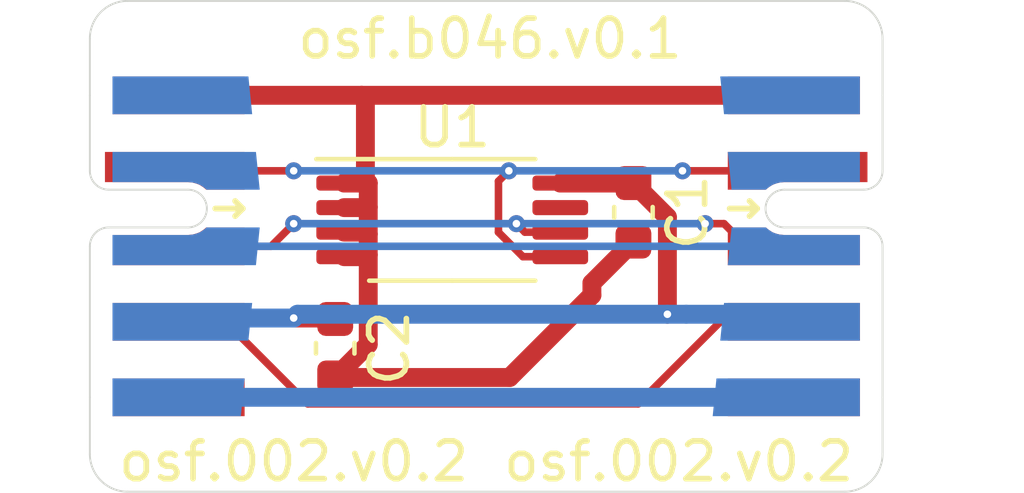
<source format=kicad_pcb>
(kicad_pcb (version 20171130) (host pcbnew "(5.1.9)-1")

  (general
    (thickness 1.6)
    (drawings 13)
    (tracks 64)
    (zones 0)
    (modules 5)
    (nets 8)
  )

  (page A4)
  (layers
    (0 F.Cu signal)
    (31 B.Cu signal)
    (32 B.Adhes user)
    (33 F.Adhes user)
    (34 B.Paste user)
    (35 F.Paste user)
    (36 B.SilkS user)
    (37 F.SilkS user)
    (38 B.Mask user)
    (39 F.Mask user)
    (40 Dwgs.User user)
    (41 Cmts.User user)
    (42 Eco1.User user)
    (43 Eco2.User user)
    (44 Edge.Cuts user)
    (45 Margin user)
    (46 B.CrtYd user)
    (47 F.CrtYd user)
    (48 B.Fab user)
    (49 F.Fab user)
  )

  (setup
    (last_trace_width 0.5)
    (user_trace_width 0.2)
    (user_trace_width 0.5)
    (trace_clearance 0.15)
    (zone_clearance 0.4)
    (zone_45_only no)
    (trace_min 0.15)
    (via_size 0.45)
    (via_drill 0.2)
    (via_min_size 0.45)
    (via_min_drill 0.2)
    (uvia_size 0.3)
    (uvia_drill 0.1)
    (uvias_allowed no)
    (uvia_min_size 0.2)
    (uvia_min_drill 0.1)
    (edge_width 0.05)
    (segment_width 0.2)
    (pcb_text_width 0.3)
    (pcb_text_size 1.5 1.5)
    (mod_edge_width 0.12)
    (mod_text_size 1 1)
    (mod_text_width 0.15)
    (pad_size 1.524 1.524)
    (pad_drill 0.762)
    (pad_to_mask_clearance 0.04)
    (solder_mask_min_width 0.1)
    (aux_axis_origin 0 0)
    (visible_elements 7FFFFFFF)
    (pcbplotparams
      (layerselection 0x010fc_ffffffff)
      (usegerberextensions false)
      (usegerberattributes false)
      (usegerberadvancedattributes false)
      (creategerberjobfile false)
      (excludeedgelayer true)
      (linewidth 0.100000)
      (plotframeref false)
      (viasonmask false)
      (mode 1)
      (useauxorigin false)
      (hpglpennumber 1)
      (hpglpenspeed 20)
      (hpglpendiameter 15.000000)
      (psnegative false)
      (psa4output false)
      (plotreference true)
      (plotvalue true)
      (plotinvisibletext false)
      (padsonsilk false)
      (subtractmaskfromsilk false)
      (outputformat 1)
      (mirror false)
      (drillshape 0)
      (scaleselection 1)
      (outputdirectory "gerber"))
  )

  (net 0 "")
  (net 1 GND)
  (net 2 /sensor/3.3V)
  (net 3 /sensor/SDA)
  (net 4 /sensor/SCL)
  (net 5 "Net-(J1-Pad8)")
  (net 6 "Net-(J1-Pad10)")
  (net 7 "Net-(J1-Pad4)")

  (net_class Default "This is the default net class."
    (clearance 0.15)
    (trace_width 0.15)
    (via_dia 0.45)
    (via_drill 0.2)
    (uvia_dia 0.3)
    (uvia_drill 0.1)
    (add_net /sensor/3.3V)
    (add_net /sensor/SCL)
    (add_net /sensor/SDA)
    (add_net GND)
    (add_net "Net-(J1-Pad10)")
    (add_net "Net-(J1-Pad4)")
    (add_net "Net-(J1-Pad8)")
    (add_net "Net-(U1-Pad7)")
  )

  (module Package_SO:TSSOP-8_4.4x3mm_P0.65mm (layer F.Cu) (tedit 5E476F32) (tstamp 60A8049E)
    (at 86.6 79.8)
    (descr "TSSOP, 8 Pin (JEDEC MO-153 Var AA https://www.jedec.org/document_search?search_api_views_fulltext=MO-153), generated with kicad-footprint-generator ipc_gullwing_generator.py")
    (tags "TSSOP SO")
    (path /60A84648/60A808A4)
    (attr smd)
    (fp_text reference U1 (at 0 -2.45) (layer F.SilkS)
      (effects (font (size 1 1) (thickness 0.15)))
    )
    (fp_text value M24C02-FDW (at 0 2.45) (layer F.Fab)
      (effects (font (size 1 1) (thickness 0.15)))
    )
    (fp_text user %R (at -0.1 0) (layer F.Fab)
      (effects (font (size 1 1) (thickness 0.15)))
    )
    (fp_line (start 0 1.61) (end 2.2 1.61) (layer F.SilkS) (width 0.12))
    (fp_line (start 0 1.61) (end -2.2 1.61) (layer F.SilkS) (width 0.12))
    (fp_line (start 0 -1.61) (end 2.2 -1.61) (layer F.SilkS) (width 0.12))
    (fp_line (start 0 -1.61) (end -3.6 -1.61) (layer F.SilkS) (width 0.12))
    (fp_line (start -1.45 -1.5) (end 2.2 -1.5) (layer F.Fab) (width 0.1))
    (fp_line (start 2.2 -1.5) (end 2.2 1.5) (layer F.Fab) (width 0.1))
    (fp_line (start 2.2 1.5) (end -2.2 1.5) (layer F.Fab) (width 0.1))
    (fp_line (start -2.2 1.5) (end -2.2 -0.75) (layer F.Fab) (width 0.1))
    (fp_line (start -2.2 -0.75) (end -1.45 -1.5) (layer F.Fab) (width 0.1))
    (fp_line (start -3.85 -1.75) (end -3.85 1.75) (layer F.CrtYd) (width 0.05))
    (fp_line (start -3.85 1.75) (end 3.85 1.75) (layer F.CrtYd) (width 0.05))
    (fp_line (start 3.85 1.75) (end 3.85 -1.75) (layer F.CrtYd) (width 0.05))
    (fp_line (start 3.85 -1.75) (end -3.85 -1.75) (layer F.CrtYd) (width 0.05))
    (pad 8 smd roundrect (at 2.8625 -0.975) (size 1.475 0.4) (layers F.Cu F.Paste F.Mask) (roundrect_rratio 0.25)
      (net 2 /sensor/3.3V))
    (pad 7 smd roundrect (at 2.8625 -0.325) (size 1.475 0.4) (layers F.Cu F.Paste F.Mask) (roundrect_rratio 0.25))
    (pad 6 smd roundrect (at 2.8625 0.325) (size 1.475 0.4) (layers F.Cu F.Paste F.Mask) (roundrect_rratio 0.25)
      (net 4 /sensor/SCL))
    (pad 5 smd roundrect (at 2.8625 0.975) (size 1.475 0.4) (layers F.Cu F.Paste F.Mask) (roundrect_rratio 0.25)
      (net 3 /sensor/SDA))
    (pad 4 smd roundrect (at -2.8625 0.975) (size 1.475 0.4) (layers F.Cu F.Paste F.Mask) (roundrect_rratio 0.25)
      (net 1 GND))
    (pad 3 smd roundrect (at -2.8625 0.325) (size 1.475 0.4) (layers F.Cu F.Paste F.Mask) (roundrect_rratio 0.25)
      (net 1 GND))
    (pad 2 smd roundrect (at -2.8625 -0.325) (size 1.475 0.4) (layers F.Cu F.Paste F.Mask) (roundrect_rratio 0.25)
      (net 1 GND))
    (pad 1 smd roundrect (at -2.8625 -0.975) (size 1.475 0.4) (layers F.Cu F.Paste F.Mask) (roundrect_rratio 0.25)
      (net 1 GND))
    (model ${KISYS3DMOD}/Package_SO.3dshapes/TSSOP-8_4.4x3mm_P0.65mm.wrl
      (at (xyz 0 0 0))
      (scale (xyz 1 1 1))
      (rotate (xyz 0 0 0))
    )
  )

  (module Capacitor_SMD:C_0603_1608Metric (layer F.Cu) (tedit 5F68FEEE) (tstamp 60A7FF35)
    (at 83.5 83.2 270)
    (descr "Capacitor SMD 0603 (1608 Metric), square (rectangular) end terminal, IPC_7351 nominal, (Body size source: IPC-SM-782 page 76, https://www.pcb-3d.com/wordpress/wp-content/uploads/ipc-sm-782a_amendment_1_and_2.pdf), generated with kicad-footprint-generator")
    (tags capacitor)
    (path /60A84648/60A895A5)
    (attr smd)
    (fp_text reference C2 (at 0 -1.43 90) (layer F.SilkS)
      (effects (font (size 1 1) (thickness 0.15)))
    )
    (fp_text value 1uF (at 0 1.43 90) (layer F.Fab)
      (effects (font (size 1 1) (thickness 0.15)))
    )
    (fp_line (start 1.48 0.73) (end -1.48 0.73) (layer F.CrtYd) (width 0.05))
    (fp_line (start 1.48 -0.73) (end 1.48 0.73) (layer F.CrtYd) (width 0.05))
    (fp_line (start -1.48 -0.73) (end 1.48 -0.73) (layer F.CrtYd) (width 0.05))
    (fp_line (start -1.48 0.73) (end -1.48 -0.73) (layer F.CrtYd) (width 0.05))
    (fp_line (start -0.14058 0.51) (end 0.14058 0.51) (layer F.SilkS) (width 0.12))
    (fp_line (start -0.14058 -0.51) (end 0.14058 -0.51) (layer F.SilkS) (width 0.12))
    (fp_line (start 0.8 0.4) (end -0.8 0.4) (layer F.Fab) (width 0.1))
    (fp_line (start 0.8 -0.4) (end 0.8 0.4) (layer F.Fab) (width 0.1))
    (fp_line (start -0.8 -0.4) (end 0.8 -0.4) (layer F.Fab) (width 0.1))
    (fp_line (start -0.8 0.4) (end -0.8 -0.4) (layer F.Fab) (width 0.1))
    (fp_text user %R (at 0 0 90) (layer F.Fab)
      (effects (font (size 0.4 0.4) (thickness 0.06)))
    )
    (pad 2 smd roundrect (at 0.775 0 270) (size 0.9 0.95) (layers F.Cu F.Paste F.Mask) (roundrect_rratio 0.25)
      (net 1 GND))
    (pad 1 smd roundrect (at -0.775 0 270) (size 0.9 0.95) (layers F.Cu F.Paste F.Mask) (roundrect_rratio 0.25)
      (net 2 /sensor/3.3V))
    (model ${KISYS3DMOD}/Capacitor_SMD.3dshapes/C_0603_1608Metric.wrl
      (at (xyz 0 0 0))
      (scale (xyz 1 1 1))
      (rotate (xyz 0 0 0))
    )
  )

  (module Capacitor_SMD:C_0603_1608Metric (layer F.Cu) (tedit 5F68FEEE) (tstamp 60A7FF24)
    (at 91.4 79.6 270)
    (descr "Capacitor SMD 0603 (1608 Metric), square (rectangular) end terminal, IPC_7351 nominal, (Body size source: IPC-SM-782 page 76, https://www.pcb-3d.com/wordpress/wp-content/uploads/ipc-sm-782a_amendment_1_and_2.pdf), generated with kicad-footprint-generator")
    (tags capacitor)
    (path /60A84648/60A895B2)
    (attr smd)
    (fp_text reference C1 (at 0 -1.43 90) (layer F.SilkS)
      (effects (font (size 1 1) (thickness 0.15)))
    )
    (fp_text value 1uF (at 0 1.43 90) (layer F.Fab)
      (effects (font (size 1 1) (thickness 0.15)))
    )
    (fp_line (start 1.48 0.73) (end -1.48 0.73) (layer F.CrtYd) (width 0.05))
    (fp_line (start 1.48 -0.73) (end 1.48 0.73) (layer F.CrtYd) (width 0.05))
    (fp_line (start -1.48 -0.73) (end 1.48 -0.73) (layer F.CrtYd) (width 0.05))
    (fp_line (start -1.48 0.73) (end -1.48 -0.73) (layer F.CrtYd) (width 0.05))
    (fp_line (start -0.14058 0.51) (end 0.14058 0.51) (layer F.SilkS) (width 0.12))
    (fp_line (start -0.14058 -0.51) (end 0.14058 -0.51) (layer F.SilkS) (width 0.12))
    (fp_line (start 0.8 0.4) (end -0.8 0.4) (layer F.Fab) (width 0.1))
    (fp_line (start 0.8 -0.4) (end 0.8 0.4) (layer F.Fab) (width 0.1))
    (fp_line (start -0.8 -0.4) (end 0.8 -0.4) (layer F.Fab) (width 0.1))
    (fp_line (start -0.8 0.4) (end -0.8 -0.4) (layer F.Fab) (width 0.1))
    (fp_text user %R (at 0 0 90) (layer F.Fab)
      (effects (font (size 0.4 0.4) (thickness 0.06)))
    )
    (pad 2 smd roundrect (at 0.775 0 270) (size 0.9 0.95) (layers F.Cu F.Paste F.Mask) (roundrect_rratio 0.25)
      (net 1 GND))
    (pad 1 smd roundrect (at -0.775 0 270) (size 0.9 0.95) (layers F.Cu F.Paste F.Mask) (roundrect_rratio 0.25)
      (net 2 /sensor/3.3V))
    (model ${KISYS3DMOD}/Capacitor_SMD.3dshapes/C_0603_1608Metric.wrl
      (at (xyz 0 0 0))
      (scale (xyz 1 1 1))
      (rotate (xyz 0 0 0))
    )
  )

  (module on_edge:on_edge_2x05_host (layer F.Cu) (tedit 607DF692) (tstamp 60A7FF75)
    (at 98 80.5 270)
    (path /60A85020)
    (attr virtual)
    (fp_text reference J2 (at 0.05 -3.2 180 unlocked) (layer F.Fab)
      (effects (font (size 0.5 0.5) (thickness 0.125)))
    )
    (fp_text value 001_I2C (at -1.2 -2 90) (layer F.Fab)
      (effects (font (size 1 1) (thickness 0.15)))
    )
    (fp_line (start -1 4.05) (end -1 3.323) (layer F.SilkS) (width 0.153))
    (fp_line (start -0.8 3.523) (end -1 3.323) (layer F.SilkS) (width 0.153))
    (fp_line (start -1 3.323) (end -1.2 3.523) (layer F.SilkS) (width 0.153))
    (fp_line (start -1.5 0.5) (end -1.5 2.6) (layer Edge.Cuts) (width 0.05))
    (fp_line (start -0.5 2.6) (end -0.5 0.5) (layer Edge.Cuts) (width 0.05))
    (fp_line (start -4 0) (end -2 0) (layer Edge.Cuts) (width 0.05))
    (fp_line (start 0 0) (end 4 0) (layer Edge.Cuts) (width 0.05))
    (fp_line (start -5 5) (end 5 5) (layer F.CrtYd) (width 0.05))
    (fp_line (start 5 5) (end 5 -0.5) (layer F.CrtYd) (width 0.05))
    (fp_line (start 5 -0.5) (end -5 -0.5) (layer F.CrtYd) (width 0.05))
    (fp_line (start -5 -0.5) (end -5 5) (layer F.CrtYd) (width 0.05))
    (fp_line (start 5 5) (end -5 5) (layer B.CrtYd) (width 0.05))
    (fp_line (start -5 5) (end -5 -0.5) (layer B.CrtYd) (width 0.05))
    (fp_line (start -5 -0.5) (end 5 -0.5) (layer B.CrtYd) (width 0.05))
    (fp_line (start 5 -0.5) (end 5 5) (layer B.CrtYd) (width 0.05))
    (fp_arc (start 0 0.5) (end 0 0) (angle -90) (layer Edge.Cuts) (width 0.05))
    (fp_arc (start -2 0.5) (end -1.5 0.5) (angle -90) (layer Edge.Cuts) (width 0.05))
    (fp_arc (start -1 2.6) (end -1.5 2.6) (angle -180) (layer Edge.Cuts) (width 0.05))
    (pad 2 smd custom (at -2 3.6 270) (size 1 1) (layers F.Cu F.Mask)
      (net 3 /sensor/SDA) (zone_connect 0)
      (options (clearance outline) (anchor rect))
      (primitives
        (gr_poly (pts
           (xy 0.3 -0.99) (xy 0.31 -0.88) (xy 0.33 -0.8) (xy 0.35 -0.74) (xy 0.37 -0.69)
           (xy 0.4 -0.64) (xy 0.44 -0.58) (xy 0.48 -0.53) (xy 0.5 -0.51) (xy 0.5 0.5)
           (xy -0.5 0.5) (xy -0.5 -3.2) (xy 0.3 -3.2)) (width 0))
      ))
    (pad 3 smd custom (at 0 3.6 270) (size 1 1) (layers F.Cu F.Mask)
      (net 4 /sensor/SCL) (zone_connect 0)
      (options (clearance outline) (anchor rect))
      (primitives
        (gr_poly (pts
           (xy -0.3 -0.99) (xy -0.31 -0.88) (xy -0.33 -0.8) (xy -0.35 -0.74) (xy -0.37 -0.69)
           (xy -0.4 -0.64) (xy -0.44 -0.58) (xy -0.48 -0.53) (xy -0.5 -0.51) (xy -0.5 0.5)
           (xy 0.5 0.5) (xy 0.5 -3) (xy -0.3 -3)) (width 0))
      ))
    (pad 8 smd custom (at 0 2.1 90) (size 0.4 0.4) (layers B.Cu B.Mask)
      (net 5 "Net-(J1-Pad8)") (zone_connect 0)
      (options (clearance outline) (anchor rect))
      (primitives
        (gr_poly (pts
           (xy 0.3 -0.51) (xy 0.31 -0.62) (xy 0.33 -0.7) (xy 0.35 -0.76) (xy 0.37 -0.81)
           (xy 0.4 -0.86) (xy 0.44 -0.92) (xy 0.48 -0.97) (xy 0.5 -0.99) (xy 0.5 -1.9)
           (xy -0.5 -2) (xy -0.5 1.5) (xy 0.3 1.5)) (width 0))
      ))
    (pad 7 smd custom (at -2 2.1 90) (size 0.4 0.4) (layers B.Cu B.Mask)
      (zone_connect 0)
      (options (clearance outline) (anchor rect))
      (primitives
        (gr_poly (pts
           (xy -0.3 -0.51) (xy -0.31 -0.62) (xy -0.33 -0.7) (xy -0.35 -0.76) (xy -0.37 -0.81)
           (xy -0.4 -0.86) (xy -0.44 -0.92) (xy -0.48 -0.97) (xy -0.5 -0.99) (xy -0.5 -1.9)
           (xy 0.5 -2) (xy 0.5 1.5) (xy -0.3 1.5)) (width 0))
      ))
    (pad 4 smd rect (at 2 2.35 270) (size 1 3.5) (layers F.Cu F.Mask)
      (net 7 "Net-(J1-Pad4)") (zone_connect 0))
    (pad 10 smd custom (at 4 2.5 90) (size 1 3.8) (layers B.Cu B.Mask)
      (net 6 "Net-(J1-Pad10)") (zone_connect 0)
      (options (clearance outline) (anchor rect))
      (primitives
        (gr_poly (pts
           (xy 0.5 -1.9) (xy -0.5 -2) (xy -0.5 -1.9)) (width 0))
      ))
    (pad 9 smd custom (at 2 2.4 90) (size 1 3.6) (layers B.Cu B.Mask)
      (net 2 /sensor/3.3V) (zone_connect 0)
      (options (clearance outline) (anchor rect))
      (primitives
        (gr_poly (pts
           (xy 0.5 -1.8) (xy -0.5 -1.9) (xy -0.5 -1.8)) (width 0))
      ))
    (pad 6 smd custom (at -4 2.4 90) (size 1 3.6) (layers B.Cu B.Mask)
      (zone_connect 0)
      (options (clearance outline) (anchor rect))
      (primitives
        (gr_poly (pts
           (xy 0.5 -1.8) (xy 0.5 -1.9) (xy -0.5 -1.8)) (width 0))
      ))
    (pad 5 smd rect (at 4 2.35 270) (size 1 3.5) (layers F.Cu F.Mask)
      (zone_connect 0))
    (pad 1 smd rect (at -4 2.35 270) (size 1 3.5) (layers F.Cu F.Mask)
      (net 1 GND) (zone_connect 0))
  )

  (module on_edge:on_edge_2x05_device (layer F.Cu) (tedit 607DF540) (tstamp 60A7FF55)
    (at 77 80.5 270)
    (path /60A8488C)
    (attr virtual)
    (fp_text reference J1 (at 0 1.2 270 unlocked) (layer F.Fab)
      (effects (font (size 0.5 0.5) (thickness 0.05)))
    )
    (fp_text value 001_I2C (at 0 2 270 unlocked) (layer F.Fab)
      (effects (font (size 0.5 0.5) (thickness 0.05)))
    )
    (fp_line (start 5 0.5) (end 5 -5) (layer B.CrtYd) (width 0.05))
    (fp_line (start -5 0.5) (end 5 0.5) (layer B.CrtYd) (width 0.05))
    (fp_line (start -5 -5) (end -5 0.5) (layer B.CrtYd) (width 0.05))
    (fp_line (start 5 -5) (end -5 -5) (layer B.CrtYd) (width 0.05))
    (fp_line (start -5 0.5) (end -5 -5) (layer F.CrtYd) (width 0.05))
    (fp_line (start 5 0.5) (end -5 0.5) (layer F.CrtYd) (width 0.05))
    (fp_line (start 5 -5) (end 5 0.5) (layer F.CrtYd) (width 0.05))
    (fp_line (start -5 -5) (end 5 -5) (layer F.CrtYd) (width 0.05))
    (fp_line (start 0 0) (end 4 0) (layer Edge.Cuts) (width 0.05))
    (fp_line (start -4 0) (end -2 0) (layer Edge.Cuts) (width 0.05))
    (fp_line (start -1 -4.05) (end -1 -3.323) (layer F.SilkS) (width 0.153))
    (fp_line (start -1 -4.05) (end -0.8 -3.85) (layer F.SilkS) (width 0.153))
    (fp_line (start -1.2 -3.85) (end -1 -4.05) (layer F.SilkS) (width 0.153))
    (fp_line (start -0.5 -0.5) (end -0.5 -2.6) (layer Edge.Cuts) (width 0.05))
    (fp_line (start -1.5 -2.6) (end -1.5 -0.5) (layer Edge.Cuts) (width 0.05))
    (fp_arc (start -2 -0.5) (end -2 0) (angle -90) (layer Edge.Cuts) (width 0.05))
    (fp_arc (start 0 -0.5) (end -0.5 -0.5) (angle -90) (layer Edge.Cuts) (width 0.05))
    (fp_arc (start -1 -2.6) (end -0.5 -2.6) (angle -180) (layer Edge.Cuts) (width 0.05))
    (pad 2 smd custom (at -2 -3.6 270) (size 1 1) (layers F.Cu F.Mask)
      (net 3 /sensor/SDA) (zone_connect 0)
      (options (clearance outline) (anchor rect))
      (primitives
        (gr_poly (pts
           (xy 0.3 1) (xy 0.31 0.89) (xy 0.33 0.81) (xy 0.35 0.75) (xy 0.37 0.7)
           (xy 0.4 0.65) (xy 0.44 0.59) (xy 0.48 0.54) (xy 0.5 0.52) (xy 0.5 -0.5)
           (xy -0.5 -0.5) (xy -0.5 3.2) (xy 0.3 3.2)) (width 0))
      ))
    (pad 3 smd custom (at 0 -3.6 270) (size 1 1) (layers F.Cu F.Mask)
      (net 4 /sensor/SCL) (zone_connect 0)
      (options (clearance outline) (anchor rect))
      (primitives
        (gr_poly (pts
           (xy -0.3 1) (xy -0.31 0.89) (xy -0.33 0.81) (xy -0.35 0.75) (xy -0.37 0.7)
           (xy -0.4 0.65) (xy -0.44 0.59) (xy -0.48 0.54) (xy -0.5 0.52) (xy -0.5 -0.5)
           (xy 0.5 -0.5) (xy 0.5 3) (xy -0.3 3)) (width 0))
      ))
    (pad 8 smd custom (at 0 -2.1 270) (size 0.4 0.4) (layers B.Cu B.Mask)
      (net 5 "Net-(J1-Pad8)") (zone_connect 0)
      (options (clearance outline) (anchor rect))
      (primitives
        (gr_poly (pts
           (xy -0.3 -0.51) (xy -0.31 -0.62) (xy -0.33 -0.7) (xy -0.35 -0.76) (xy -0.37 -0.81)
           (xy -0.4 -0.86) (xy -0.44 -0.92) (xy -0.48 -0.97) (xy -0.5 -0.99) (xy -0.5 -2.4)
           (xy 0.5 -2.3) (xy 0.5 1.5) (xy -0.3 1.5)) (width 0))
      ))
    (pad 7 smd custom (at -2 -2.1 270) (size 0.4 0.4) (layers B.Cu B.Mask)
      (zone_connect 0)
      (options (clearance outline) (anchor rect))
      (primitives
        (gr_poly (pts
           (xy 0.3 -0.51) (xy 0.31 -0.62) (xy 0.33 -0.7) (xy 0.35 -0.76) (xy 0.37 -0.81)
           (xy 0.4 -0.86) (xy 0.44 -0.92) (xy 0.48 -0.97) (xy 0.5 -0.99) (xy 0.5 -2.4)
           (xy -0.5 -2.3) (xy -0.5 1.5) (xy 0.3 1.5)) (width 0))
      ))
    (pad 10 smd custom (at 4 -2.3 270) (size 1 3.4) (layers B.Cu B.Mask)
      (net 6 "Net-(J1-Pad10)") (zone_connect 0)
      (options (clearance outline) (anchor rect))
      (primitives
        (gr_poly (pts
           (xy -0.5 -1.7) (xy -0.5 -1.8) (xy 0.5 -1.7)) (width 0))
      ))
    (pad 9 smd custom (at 2 -2.4 270) (size 1 3.6) (layers B.Cu B.Mask)
      (net 2 /sensor/3.3V) (zone_connect 0)
      (options (clearance outline) (anchor rect))
      (primitives
        (gr_poly (pts
           (xy -0.5 -1.8) (xy -0.5 -1.9) (xy 0.5 -1.8)) (width 0))
      ))
    (pad 6 smd custom (at -4 -2.4 270) (size 1 3.6) (layers B.Cu B.Mask)
      (zone_connect 0)
      (options (clearance outline) (anchor rect))
      (primitives
        (gr_poly (pts
           (xy 0.5 -1.8) (xy 0.5 -1.9) (xy -0.5 -1.8)) (width 0))
      ))
    (pad 5 smd rect (at 4 -2.35 90) (size 1 3.5) (layers F.Cu F.Mask)
      (zone_connect 0))
    (pad 1 smd rect (at -4 -2.35 90) (size 1 3.5) (layers F.Cu F.Mask)
      (net 1 GND) (zone_connect 0))
    (pad 4 smd rect (at 2 -2.35 90) (size 1 3.5) (layers F.Cu F.Mask)
      (net 7 "Net-(J1-Pad4)") (zone_connect 0))
  )

  (gr_text osf.002.v0.2 (at 82.4 86.2) (layer F.SilkS) (tstamp 60A80003)
    (effects (font (size 1 1) (thickness 0.15)))
  )
  (gr_text osf.002.v0.2 (at 92.6 86.2) (layer F.SilkS) (tstamp 60A86256)
    (effects (font (size 1 1) (thickness 0.15)))
  )
  (gr_text osf.b046.v0.1 (at 87.6 75) (layer F.SilkS)
    (effects (font (size 1 1) (thickness 0.15)))
  )
  (gr_line (start 77 86) (end 77 84.5) (layer Edge.Cuts) (width 0.05))
  (gr_line (start 98 76.5) (end 98 75) (layer Edge.Cuts) (width 0.05) (tstamp 6083D7CB))
  (gr_line (start 98 86) (end 98 84.5) (layer Edge.Cuts) (width 0.05))
  (gr_line (start 97 74) (end 78 74) (layer Edge.Cuts) (width 0.05) (tstamp 6083D74C))
  (gr_line (start 77 76.5) (end 77 75) (layer Edge.Cuts) (width 0.05) (tstamp 6083704E))
  (gr_line (start 97 87) (end 78 87) (layer Edge.Cuts) (width 0.05) (tstamp 6083704D))
  (gr_arc (start 78 86) (end 77 86) (angle -90) (layer Edge.Cuts) (width 0.05))
  (gr_arc (start 97 86) (end 97 87) (angle -90) (layer Edge.Cuts) (width 0.05))
  (gr_arc (start 78 75) (end 78 74) (angle -90) (layer Edge.Cuts) (width 0.05))
  (gr_arc (start 97 75) (end 98 75) (angle -90) (layer Edge.Cuts) (width 0.05))

  (segment (start 88.12 83.975) (end 83.5 83.975) (width 0.5) (layer F.Cu) (net 1))
  (segment (start 90.3 81.795) (end 88.12 83.975) (width 0.5) (layer F.Cu) (net 1))
  (segment (start 95.65 76.5) (end 84.2 76.5) (width 0.5) (layer F.Cu) (net 1))
  (segment (start 84.2 76.5) (end 79.35 76.5) (width 0.5) (layer F.Cu) (net 1))
  (segment (start 90.3 81.475) (end 91.4 80.375) (width 0.5) (layer F.Cu) (net 1))
  (segment (start 90.3 81.795) (end 90.3 81.475) (width 0.5) (layer F.Cu) (net 1))
  (segment (start 84.37501 83.09999) (end 83.5 83.975) (width 0.5) (layer F.Cu) (net 1))
  (segment (start 84.325 80.775) (end 84.37501 80.72499) (width 0.5) (layer F.Cu) (net 1))
  (segment (start 83.7375 80.775) (end 84.325 80.775) (width 0.5) (layer F.Cu) (net 1))
  (segment (start 84.37501 80.72499) (end 84.37501 83.09999) (width 0.5) (layer F.Cu) (net 1))
  (segment (start 84.325 80.125) (end 84.37501 80.17501) (width 0.5) (layer F.Cu) (net 1))
  (segment (start 83.7375 80.125) (end 84.325 80.125) (width 0.5) (layer F.Cu) (net 1))
  (segment (start 84.37501 80.17501) (end 84.37501 80.72499) (width 0.5) (layer F.Cu) (net 1))
  (segment (start 84.37501 79.46251) (end 84.37501 80.17501) (width 0.5) (layer F.Cu) (net 1))
  (segment (start 84.36252 79.475) (end 84.37501 79.46251) (width 0.5) (layer F.Cu) (net 1))
  (segment (start 83.7375 79.475) (end 84.36252 79.475) (width 0.5) (layer F.Cu) (net 1))
  (segment (start 84.37501 78.825) (end 84.37501 79.46251) (width 0.5) (layer F.Cu) (net 1))
  (segment (start 83.7375 78.825) (end 84.37501 78.825) (width 0.5) (layer F.Cu) (net 1))
  (segment (start 84.3 78.74999) (end 84.37501 78.825) (width 0.5) (layer F.Cu) (net 1))
  (segment (start 84.3 76.6) (end 84.3 78.74999) (width 0.5) (layer F.Cu) (net 1))
  (segment (start 84.2 76.5) (end 84.3 76.6) (width 0.5) (layer F.Cu) (net 1))
  (segment (start 95.4 82.3) (end 95.6 82.5) (width 0.5) (layer B.Cu) (net 2))
  (segment (start 92.8 82.3) (end 95.4 82.3) (width 0.5) (layer B.Cu) (net 2))
  (via (at 82.4 82.4) (size 0.45) (drill 0.2) (layers F.Cu B.Cu) (net 2))
  (segment (start 82.5 82.3) (end 82.4 82.4) (width 0.5) (layer B.Cu) (net 2))
  (segment (start 83.475 82.4) (end 83.5 82.425) (width 0.5) (layer F.Cu) (net 2))
  (segment (start 82.4 82.4) (end 83.475 82.4) (width 0.5) (layer F.Cu) (net 2))
  (segment (start 79.5 82.4) (end 79.4 82.5) (width 0.5) (layer B.Cu) (net 2))
  (segment (start 82.4 82.4) (end 79.5 82.4) (width 0.5) (layer B.Cu) (net 2))
  (segment (start 89.4625 78.825) (end 91.4 78.825) (width 0.5) (layer F.Cu) (net 2))
  (via (at 92.3 82.3) (size 0.45) (drill 0.2) (layers F.Cu B.Cu) (net 2))
  (segment (start 92.3 79.725) (end 92.3 82.3) (width 0.5) (layer F.Cu) (net 2))
  (segment (start 91.4 78.825) (end 92.3 79.725) (width 0.5) (layer F.Cu) (net 2))
  (segment (start 92.3 82.3) (end 82.5 82.3) (width 0.5) (layer B.Cu) (net 2))
  (segment (start 92.8 82.3) (end 92.3 82.3) (width 0.5) (layer B.Cu) (net 2))
  (via (at 82.4 78.5) (size 0.45) (drill 0.2) (layers F.Cu B.Cu) (net 3))
  (segment (start 80.6 78.5) (end 82.4 78.5) (width 0.2) (layer F.Cu) (net 3))
  (via (at 92.7 78.5) (size 0.45) (drill 0.2) (layers F.Cu B.Cu) (net 3))
  (segment (start 92.7 78.5) (end 94.4 78.5) (width 0.2) (layer F.Cu) (net 3))
  (via (at 88.1 78.5) (size 0.45) (drill 0.2) (layers F.Cu B.Cu) (net 3))
  (segment (start 88.1 78.5) (end 92.7 78.5) (width 0.2) (layer B.Cu) (net 3))
  (segment (start 82.4 78.5) (end 88.1 78.5) (width 0.2) (layer B.Cu) (net 3))
  (segment (start 89.4625 80.775) (end 88.471996 80.775) (width 0.2) (layer F.Cu) (net 3))
  (segment (start 88.471996 80.775) (end 87.824998 80.128002) (width 0.2) (layer F.Cu) (net 3))
  (segment (start 87.824998 80.128002) (end 87.824998 78.775002) (width 0.2) (layer F.Cu) (net 3))
  (segment (start 87.824998 78.775002) (end 88.1 78.5) (width 0.2) (layer F.Cu) (net 3))
  (via (at 82.4 79.9) (size 0.45) (drill 0.2) (layers F.Cu B.Cu) (net 4))
  (segment (start 81.8 80.5) (end 82.4 79.9) (width 0.2) (layer F.Cu) (net 4))
  (segment (start 80.6 80.5) (end 81.8 80.5) (width 0.2) (layer F.Cu) (net 4))
  (via (at 93.3 79.9) (size 0.45) (drill 0.2) (layers F.Cu B.Cu) (net 4))
  (segment (start 93.8 79.9) (end 94.4 80.5) (width 0.2) (layer F.Cu) (net 4))
  (segment (start 93.3 79.9) (end 93.8 79.9) (width 0.2) (layer F.Cu) (net 4))
  (segment (start 88.525 80.125) (end 88.3 79.9) (width 0.2) (layer F.Cu) (net 4))
  (via (at 88.3 79.9) (size 0.45) (drill 0.2) (layers F.Cu B.Cu) (net 4))
  (segment (start 89.4625 80.125) (end 88.525 80.125) (width 0.2) (layer F.Cu) (net 4))
  (segment (start 88.3 79.9) (end 93.3 79.9) (width 0.2) (layer B.Cu) (net 4))
  (segment (start 82.4 79.9) (end 88.3 79.9) (width 0.2) (layer B.Cu) (net 4))
  (segment (start 79.1 80.5) (end 95.9 80.5) (width 0.2) (layer B.Cu) (net 5))
  (segment (start 79.3 84.5) (end 95.5 84.5) (width 0.5) (layer B.Cu) (net 6))
  (segment (start 93.7 82.5) (end 95.65 82.5) (width 0.2) (layer F.Cu) (net 7))
  (segment (start 82.77501 84.67501) (end 91.52499 84.67501) (width 0.2) (layer F.Cu) (net 7))
  (segment (start 91.52499 84.67501) (end 93.7 82.5) (width 0.2) (layer F.Cu) (net 7))
  (segment (start 80.6 82.5) (end 82.77501 84.67501) (width 0.2) (layer F.Cu) (net 7))
  (segment (start 79.35 82.5) (end 80.6 82.5) (width 0.2) (layer F.Cu) (net 7))

)

</source>
